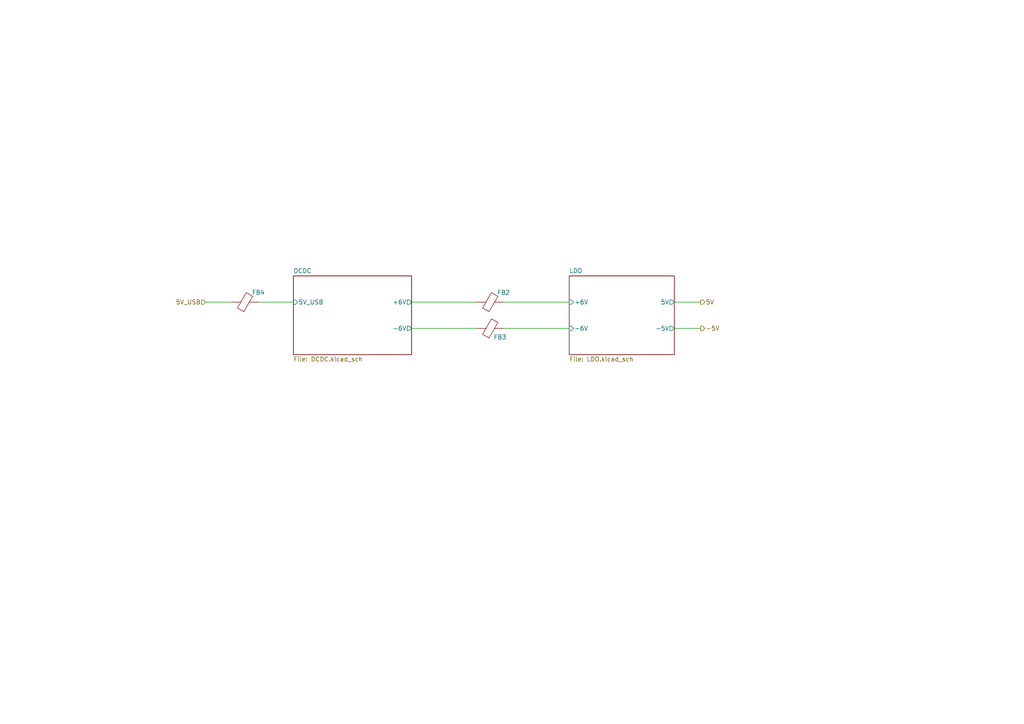
<source format=kicad_sch>
(kicad_sch (version 20231120) (generator "eeschema") (generator_version "8.0")
  (paper "A4")
  (lib_symbols
    (symbol "Device:FerriteBead" (pin_numbers hide) (pin_names (offset 0))
      (property "Reference" "FB" (at -3.81 0.635 90))
      (property "Value" "FerriteBead" (at 3.81 0 90))
      (symbol "FerriteBead_0_1"
        (polyline (pts (xy 0 -1.27) (xy 0 -1.2192)))
        (polyline (pts (xy 0 1.27) (xy 0 1.2954)))
        (polyline (pts (xy -2.7686 0.4064) (xy -1.7018 2.2606) (xy 2.7686 -0.3048) (xy 1.6764 -2.159) (xy -2.7686 0.4064)))
      )
      (symbol "FerriteBead_1_1"
        (pin passive line (at 0 3.81 270) (length 2.54) (name "~") (number "1"))
        (pin passive line (at 0 -3.81 90) (length 2.54) (name "~") (number "2"))
      )
    )
  )
  (wire (pts (xy 119.38 95.25) (xy 138.43 95.25)))
  (wire (pts (xy 146.05 87.63) (xy 165.1 87.63)))
  (wire (pts (xy 203.2 95.25) (xy 195.58 95.25)))
  (wire (pts (xy 203.2 87.63) (xy 195.58 87.63)))
  (wire (pts (xy 59.69 87.63) (xy 67.31 87.63)))
  (wire (pts (xy 119.38 87.63) (xy 138.43 87.63)))
  (wire (pts (xy 146.05 95.25) (xy 165.1 95.25)))
  (wire (pts (xy 74.93 87.63) (xy 85.09 87.63)))
  (hierarchical_label "5V_USB" (shape input) (at 59.69 87.63 180))
  (hierarchical_label "5V" (shape output) (at 203.2 87.63 0))
  (hierarchical_label "-5V" (shape output) (at 203.2 95.25 0))
  (symbol (lib_id "Device:FerriteBead") (at 71.12 87.63 90) (unit 1)
    (property "Reference" "FB4" (at 74.93 84.836 90))
    (property "Value" "FerriteBead" (effects (hide yes)))
    (property "Footprint" "Inductor_SMD:L_Eaton_MCL2012V1" (effects (hide yes)))
    (property "Description" "Ferrite bead" (effects (hide yes)))
  )
  (symbol (lib_id "Device:FerriteBead") (at 142.24 95.25 90) (unit 1)
    (property "Reference" "FB3" (at 145.034 97.79 90))
    (property "Value" "FerriteBead" (effects (hide yes)))
    (property "Footprint" "Inductor_SMD:L_Eaton_MCL2012V1" (effects (hide yes)))
    (property "Description" "Ferrite bead" (effects (hide yes)))
  )
  (symbol (lib_id "Device:FerriteBead") (at 142.24 87.63 90) (unit 1)
    (property "Reference" "FB2" (at 146.05 84.836 90))
    (property "Value" "FerriteBead" (effects (hide yes)))
    (property "Footprint" "Inductor_SMD:L_Eaton_MCL2012V1" (effects (hide yes)))
    (property "Description" "Ferrite bead" (effects (hide yes)))
  )
  (sheet (at 85.09 80.01) (size 34.29 22.86) (stroke (width 0.1524))
    (property "Sheetname" "DCDC" (at 85.09 79.2984 0) (effects (justify left bottom)))
    (property "Sheetfile" "DCDC.kicad_sch" (at 85.09 103.4546 0) (effects (justify left top)))
    (pin "+6V" output (at 119.38 87.63 0))
    (pin "-6V" output (at 119.38 95.25 0))
    (pin "5V_USB" input (at 85.09 87.63 180))
  )
  (sheet (at 165.1 80.01) (size 30.48 22.86) (stroke (width 0.1524))
    (property "Sheetname" "LDO" (at 165.1 79.2984 0) (effects (justify left bottom)))
    (property "Sheetfile" "LDO.kicad_sch" (at 165.1 103.4546 0) (effects (justify left top)))
    (pin "-5V" output (at 195.58 95.25 0))
    (pin "5V" output (at 195.58 87.63 0))
    (pin "-6V" input (at 165.1 95.25 180))
    (pin "+6V" input (at 165.1 87.63 180))
  )
)
</source>
